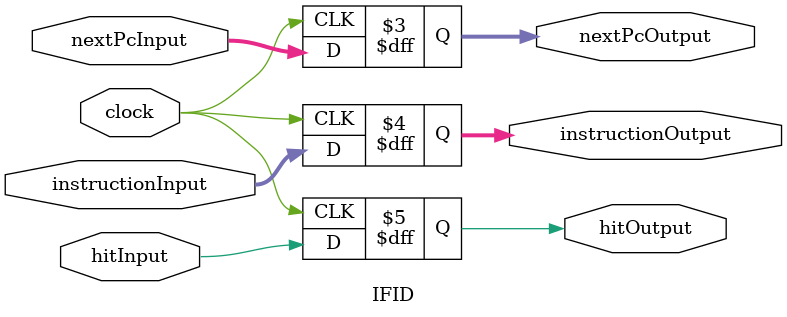
<source format=v>
`timescale 1ns / 1ps

module IFID(clock, nextPcInput, instructionInput, hitInput, nextPcOutput, instructionOutput, hitOutput);


	input hitInput;
	input clock;
	input [31:0] instructionInput;
	input [31:0] nextPcInput;
	
	output reg [31:0] nextPcOutput;
	output reg [31:0] instructionOutput;
	output reg hitOutput;
	
	initial
	begin
		instructionOutput = 32'bx;
	end
	
	always @(negedge clock )
	begin
			instructionOutput = instructionInput;
			nextPcOutput = nextPcInput;
			hitOutput = hitInput;	
	end


endmodule

</source>
